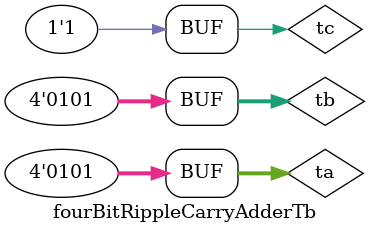
<source format=v>
module fourBitRippleCarryAdderTb;
reg [3:0] ta,tb; 
reg tc;
wire [3:0] tsum; 
wire tcr;
  fourBitRippleCarryAdder DUT (.s(tsum), .c4(tcr),.A(ta), .B(tb), .Cin(tc));
initial
begin
#0 ta=4'b0000; tb=4'b0000; tc=1'b1;
#10 ta=4'b0100; tb=4'b0011; tc=1'b1;
#20 ta=4'b0011; tb=4'b0111; tc=1'b1;
#30 ta=4'b1000; tb=4'b0100; tc=1'b0;
#40 ta=4'b0101; tb=4'b0101; tc=1'b1;
end

initial
begin
  $monitor ("$time ta=%d tb=%d tc=%c tsum=%d tcr=%d",ta,tb,tc,tsum,tcr);
end
endmodule
</source>
